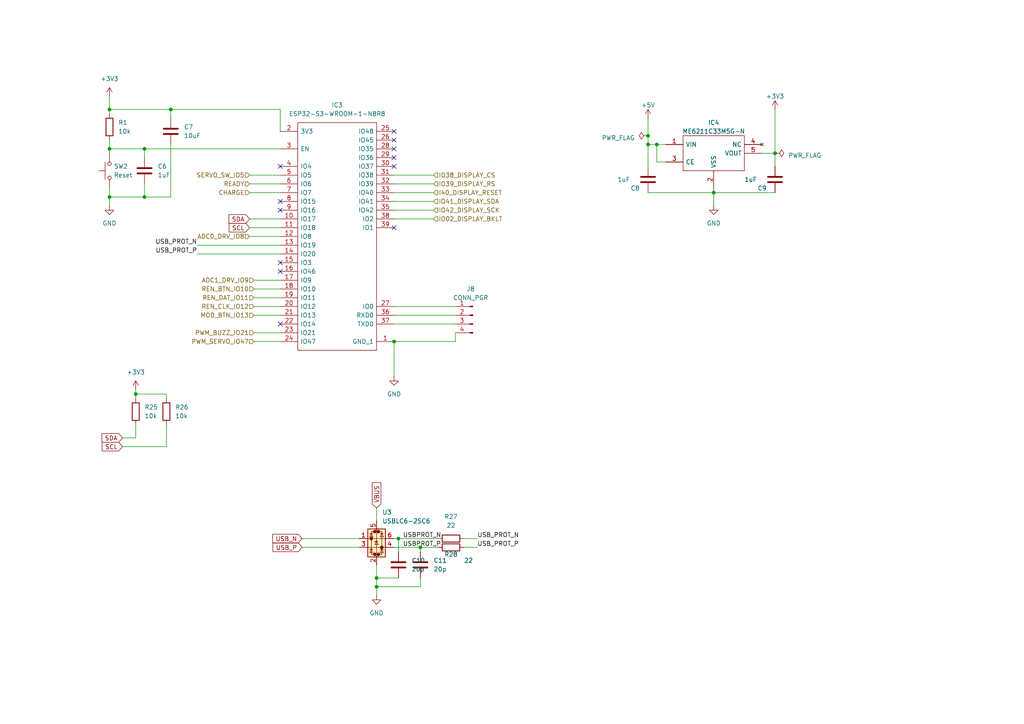
<source format=kicad_sch>
(kicad_sch (version 20231120) (generator "eeschema") (generator_version "8.0")
  (paper "A4")
  (lib_symbols
    (symbol "Chof747 ICs:ESP32-S3-WROOM-1-N8R8" (pin_names (offset 0.762))
      (property "Reference" "IC1" (at 0 35.56 0))
      (property "Value" "ESP32-S3-WROOM-1-N8R8" (at 0 33.02 0))
      (symbol "ESP32-S3-WROOM-1-N8R8_0_0"
        (pin power_in line (at 16.51 -31.75 180) (length 5.08) (name "GND_1") (number "1"))
        (pin bidirectional line (at -16.51 3.81 0) (length 5.08) (name "IO17") (number "10"))
        (pin bidirectional line (at -16.51 1.27 0) (length 5.08) (name "IO18") (number "11"))
        (pin bidirectional line (at -16.51 -1.27 0) (length 5.08) (name "IO8") (number "12"))
        (pin bidirectional line (at -16.51 -3.81 0) (length 5.08) (name "IO19") (number "13"))
        (pin bidirectional line (at -16.51 -6.35 0) (length 5.08) (name "IO20") (number "14"))
        (pin bidirectional line (at -16.51 -8.89 0) (length 5.08) (name "IO3") (number "15"))
        (pin bidirectional line (at -16.51 -11.43 0) (length 5.08) (name "IO46") (number "16"))
        (pin bidirectional line (at -16.51 -13.97 0) (length 5.08) (name "IO9") (number "17"))
        (pin bidirectional line (at -16.51 -16.51 0) (length 5.08) (name "IO10") (number "18"))
        (pin bidirectional line (at -16.51 -19.05 0) (length 5.08) (name "IO11") (number "19"))
        (pin power_in line (at -16.51 29.21 0) (length 5.08) (name "3V3") (number "2"))
        (pin bidirectional line (at -16.51 -21.59 0) (length 5.08) (name "IO12") (number "20"))
        (pin bidirectional line (at -16.51 -24.13 0) (length 5.08) (name "IO13") (number "21"))
        (pin bidirectional line (at -16.51 -26.67 0) (length 5.08) (name "IO14") (number "22"))
        (pin bidirectional line (at -16.51 -29.21 0) (length 5.08) (name "IO21") (number "23"))
        (pin bidirectional line (at -16.51 -31.75 0) (length 5.08) (name "IO47") (number "24"))
        (pin bidirectional line (at 16.51 29.21 180) (length 5.08) (name "IO48") (number "25"))
        (pin bidirectional line (at 16.51 26.67 180) (length 5.08) (name "IO45") (number "26"))
        (pin bidirectional line (at 16.51 -21.59 180) (length 5.08) (name "IO0") (number "27"))
        (pin bidirectional line (at 16.51 24.13 180) (length 5.08) (name "IO35") (number "28"))
        (pin bidirectional line (at 16.51 21.59 180) (length 5.08) (name "IO36") (number "29"))
        (pin input line (at -16.51 24.13 0) (length 5.08) (name "EN") (number "3"))
        (pin bidirectional line (at 16.51 19.05 180) (length 5.08) (name "IO37") (number "30"))
        (pin bidirectional line (at 16.51 16.51 180) (length 5.08) (name "IO38") (number "31"))
        (pin bidirectional line (at 16.51 13.97 180) (length 5.08) (name "IO39") (number "32"))
        (pin bidirectional line (at 16.51 11.43 180) (length 5.08) (name "IO40") (number "33"))
        (pin bidirectional line (at 16.51 8.89 180) (length 5.08) (name "IO41") (number "34"))
        (pin bidirectional line (at 16.51 6.35 180) (length 5.08) (name "IO42") (number "35"))
        (pin bidirectional line (at 16.51 -24.13 180) (length 5.08) (name "RXD0") (number "36"))
        (pin bidirectional line (at 16.51 -26.67 180) (length 5.08) (name "TXD0") (number "37"))
        (pin bidirectional line (at 16.51 3.81 180) (length 5.08) (name "IO2") (number "38"))
        (pin bidirectional line (at 16.51 1.27 180) (length 5.08) (name "IO1") (number "39"))
        (pin bidirectional line (at -16.51 19.05 0) (length 5.08) (name "IO4") (number "4"))
        (pin bidirectional line (at -16.51 16.51 0) (length 5.08) (name "IO5") (number "5"))
        (pin bidirectional line (at -16.51 13.97 0) (length 5.08) (name "IO6") (number "6"))
        (pin bidirectional line (at -16.51 11.43 0) (length 5.08) (name "IO7") (number "7"))
        (pin bidirectional line (at -16.51 8.89 0) (length 5.08) (name "IO15") (number "8"))
        (pin bidirectional line (at -16.51 6.35 0) (length 5.08) (name "IO16") (number "9"))
      )
      (symbol "ESP32-S3-WROOM-1-N8R8_0_1"
        (polyline (pts (xy -11.43 31.75) (xy 11.43 31.75) (xy 11.43 -34.29) (xy -11.43 -34.29) (xy -11.43 31.75)) (stroke (width 0.1524)))
      )
    )
    (symbol "Chof747 Voltage Regulators:ME6211C33M5G-N" (pin_names (offset 0.762))
      (property "Reference" "IC" (at 24.13 7.62 0))
      (property "Value" "ME6211C33M5G-N" (at 24.13 5.08 0))
      (symbol "ME6211C33M5G-N_0_0"
        (pin passive line (at 0 0 0) (length 5.08) (name "VIN") (number "1"))
        (pin passive line (at 13.97 -12.7 90) (length 5.08) (name "VSS") (number "2"))
        (pin passive line (at 0 -5.08 0) (length 5.08) (name "CE") (number "3"))
        (pin no_connect line (at 27.94 0 180) (length 5.08) (name "NC") (number "4"))
        (pin passive line (at 27.94 -2.54 180) (length 5.08) (name "VOUT") (number "5"))
      )
      (symbol "ME6211C33M5G-N_0_1"
        (polyline (pts (xy 5.08 2.54) (xy 22.86 2.54) (xy 22.86 -7.62) (xy 5.08 -7.62) (xy 5.08 2.54)) (stroke (width 0.1524)))
      )
    )
    (symbol "Connector:Conn_01x04_Pin" (pin_names (offset 1.016) hide)
      (property "Reference" "J" (at 0 5.08 0))
      (property "Value" "Conn_01x04_Pin" (at 0 -7.62 0))
      (symbol "Conn_01x04_Pin_1_1"
        (polyline (pts (xy 1.27 -5.08) (xy 0.8636 -5.08)) (stroke (width 0.1524)))
        (polyline (pts (xy 1.27 -2.54) (xy 0.8636 -2.54)) (stroke (width 0.1524)))
        (polyline (pts (xy 1.27 0) (xy 0.8636 0)) (stroke (width 0.1524)))
        (polyline (pts (xy 1.27 2.54) (xy 0.8636 2.54)) (stroke (width 0.1524)))
        (rectangle (start 0.8636 -4.953) (end 0 -5.207) (stroke (width 0.1524)) (fill (type outline)))
        (rectangle (start 0.8636 -2.413) (end 0 -2.667) (stroke (width 0.1524)) (fill (type outline)))
        (rectangle (start 0.8636 0.127) (end 0 -0.127) (stroke (width 0.1524)) (fill (type outline)))
        (rectangle (start 0.8636 2.667) (end 0 2.413) (stroke (width 0.1524)) (fill (type outline)))
        (pin passive line (at 5.08 2.54 180) (length 3.81) (name "Pin_1") (number "1"))
        (pin passive line (at 5.08 0 180) (length 3.81) (name "Pin_2") (number "2"))
        (pin passive line (at 5.08 -2.54 180) (length 3.81) (name "Pin_3") (number "3"))
        (pin passive line (at 5.08 -5.08 180) (length 3.81) (name "Pin_4") (number "4"))
      )
    )
    (symbol "Device:C" (pin_numbers hide) (pin_names (offset 0.254))
      (property "Reference" "C" (at 0.635 2.54 0))
      (property "Value" "C" (at 0.635 -2.54 0))
      (symbol "C_0_1"
        (polyline (pts (xy -2.032 -0.762) (xy 2.032 -0.762)) (stroke (width 0.508)))
        (polyline (pts (xy -2.032 0.762) (xy 2.032 0.762)) (stroke (width 0.508)))
      )
      (symbol "C_1_1"
        (pin passive line (at 0 3.81 270) (length 2.794) (name "~") (number "1"))
        (pin passive line (at 0 -3.81 90) (length 2.794) (name "~") (number "2"))
      )
    )
    (symbol "Device:R" (pin_numbers hide) (pin_names (offset 0))
      (property "Reference" "R" (at 2.032 0 90))
      (property "Value" "R" (at 0 0 90))
      (symbol "R_0_1"
        (rectangle (start -1.016 -2.54) (end 1.016 2.54) (stroke (width 0.254)))
      )
      (symbol "R_1_1"
        (pin passive line (at 0 3.81 270) (length 1.27) (name "~") (number "1"))
        (pin passive line (at 0 -3.81 90) (length 1.27) (name "~") (number "2"))
      )
    )
    (symbol "Power_Protection:USBLC6-2SC6" (pin_names hide)
      (property "Reference" "U" (at 0.635 5.715 0))
      (property "Value" "USBLC6-2SC6" (at 0.635 3.81 0))
      (symbol "USBLC6-2SC6_0_0"
        (circle (center -1.524 0) (radius 0.0001) (stroke (width 0.508)))
        (circle (center -0.508 -4.572) (radius 0.0001) (stroke (width 0.508)))
        (circle (center -0.508 2.032) (radius 0.0001) (stroke (width 0.508)))
        (circle (center 0.508 -4.572) (radius 0.0001) (stroke (width 0.508)))
        (circle (center 0.508 2.032) (radius 0.0001) (stroke (width 0.508)))
        (circle (center 1.524 -2.54) (radius 0.0001) (stroke (width 0.508)))
      )
      (symbol "USBLC6-2SC6_0_1"
        (polyline (pts (xy -2.54 -2.54) (xy 2.54 -2.54)))
        (polyline (pts (xy -2.54 0) (xy 2.54 0)))
        (polyline (pts (xy -2.032 -3.048) (xy -1.016 -3.048)))
        (polyline (pts (xy -1.016 1.524) (xy -2.032 1.524)))
        (polyline (pts (xy 1.016 -3.048) (xy 2.032 -3.048)))
        (polyline (pts (xy 1.016 1.524) (xy 2.032 1.524)))
        (polyline (pts (xy -0.508 -1.143) (xy -0.508 -0.762) (xy 0.508 -0.762)))
        (polyline (pts (xy -2.032 0.508) (xy -1.016 0.508) (xy -1.524 1.524) (xy -2.032 0.508)))
        (polyline (pts (xy -1.016 -4.064) (xy -2.032 -4.064) (xy -1.524 -3.048) (xy -1.016 -4.064)))
        (polyline (pts (xy 0.508 -1.778) (xy -0.508 -1.778) (xy 0 -0.762) (xy 0.508 -1.778)))
        (polyline (pts (xy 2.032 -4.064) (xy 1.016 -4.064) (xy 1.524 -3.048) (xy 2.032 -4.064)))
        (polyline (pts (xy 2.032 0.508) (xy 1.016 0.508) (xy 1.524 1.524) (xy 2.032 0.508)))
        (polyline (pts (xy 0 2.54) (xy -0.508 2.032) (xy 0.508 2.032) (xy 0 1.524) (xy 0 -4.064) (xy -0.508 -4.572) (xy 0.508 -4.572) (xy 0 -5.08)))
      )
      (symbol "USBLC6-2SC6_1_1"
        (rectangle (start -2.54 2.794) (end 2.54 -5.334) (stroke (width 0.254)) (fill (type background)))
        (polyline (pts (xy -0.508 2.032) (xy -1.524 2.032) (xy -1.524 -4.572) (xy -0.508 -4.572)))
        (polyline (pts (xy 0.508 -4.572) (xy 1.524 -4.572) (xy 1.524 2.032) (xy 0.508 2.032)))
        (pin passive line (at -5.08 0 0) (length 2.54) (name "I/O1") (number "1"))
        (pin passive line (at 0 -7.62 90) (length 2.54) (name "GND") (number "2"))
        (pin passive line (at -5.08 -2.54 0) (length 2.54) (name "I/O2") (number "3"))
        (pin passive line (at 5.08 -2.54 180) (length 2.54) (name "I/O2") (number "4"))
        (pin passive line (at 0 5.08 270) (length 2.54) (name "VBUS") (number "5"))
        (pin passive line (at 5.08 0 180) (length 2.54) (name "I/O1") (number "6"))
      )
    )
    (symbol "Switch:SW_Push" (pin_numbers hide) (pin_names (offset 1.016) hide)
      (property "Reference" "SW" (at 1.27 2.54 0))
      (property "Value" "SW_Push" (at 0 -1.524 0))
      (symbol "SW_Push_0_1"
        (circle (center -2.032 0) (radius 0.508))
        (polyline (pts (xy 0 1.27) (xy 0 3.048)))
        (polyline (pts (xy 2.54 1.27) (xy -2.54 1.27)))
        (circle (center 2.032 0) (radius 0.508))
        (pin passive line (at -5.08 0 0) (length 2.54) (name "1") (number "1"))
        (pin passive line (at 5.08 0 180) (length 2.54) (name "2") (number "2"))
      )
    )
    (symbol "power:+3V3" (power) (pin_numbers hide) (pin_names (offset 0) hide)
      (property "Value" "+3V3" (at 0 3.556 0))
      (symbol "+3V3_0_1"
        (polyline (pts (xy -0.762 1.27) (xy 0 2.54)))
        (polyline (pts (xy 0 0) (xy 0 2.54)))
        (polyline (pts (xy 0 2.54) (xy 0.762 1.27)))
      )
      (symbol "+3V3_1_1"
        (pin power_in line (at 0 0 90) (length 0) (name "~") (number "1"))
      )
    )
    (symbol "power:+5V" (power) (pin_numbers hide) (pin_names (offset 0) hide)
      (property "Value" "+5V" (at 0 3.556 0))
      (symbol "+5V_0_1"
        (polyline (pts (xy -0.762 1.27) (xy 0 2.54)))
        (polyline (pts (xy 0 0) (xy 0 2.54)))
        (polyline (pts (xy 0 2.54) (xy 0.762 1.27)))
      )
      (symbol "+5V_1_1"
        (pin power_in line (at 0 0 90) (length 0) (name "~") (number "1"))
      )
    )
    (symbol "power:GND" (power) (pin_numbers hide) (pin_names (offset 0) hide)
      (property "Value" "GND" (at 0 -3.81 0))
      (symbol "GND_0_1"
        (polyline (pts (xy 0 0) (xy 0 -1.27) (xy 1.27 -1.27) (xy 0 -2.54) (xy -1.27 -1.27) (xy 0 -1.27)))
      )
      (symbol "GND_1_1"
        (pin power_in line (at 0 0 270) (length 0) (name "~") (number "1"))
      )
    )
    (symbol "power:PWR_FLAG" (power) (pin_numbers hide) (pin_names (offset 0) hide)
      (property "Value" "PWR_FLAG" (at 0 3.81 0))
      (symbol "PWR_FLAG_0_0"
        (pin power_out line (at 0 0 90) (length 0) (name "~") (number "1"))
      )
      (symbol "PWR_FLAG_0_1"
        (polyline (pts (xy 0 0) (xy 0 1.27) (xy -1.016 1.905) (xy 0 2.54) (xy 1.016 1.905) (xy 0 1.27)))
      )
    )
  )
  (junction (at 187.96 41.91))
  (junction (at 207.01 55.88))
  (junction (at 109.22 170.18))
  (junction (at 31.75 31.75))
  (junction (at 109.22 167.64))
  (junction (at 31.75 57.15))
  (junction (at 41.91 57.15))
  (junction (at 31.75 43.18))
  (junction (at 224.79 44.45))
  (junction (at 121.92 158.75))
  (junction (at 190.5 41.91))
  (junction (at 114.3 99.06))
  (junction (at 41.91 43.18))
  (junction (at 49.53 31.75))
  (junction (at 187.96 39.37))
  (junction (at 115.57 156.21))
  (junction (at 39.37 114.3))
  (no_connect (at 81.28 48.26))
  (no_connect (at 81.28 93.98))
  (no_connect (at 114.3 43.18))
  (no_connect (at 81.28 78.74))
  (no_connect (at 81.28 60.96))
  (no_connect (at 114.3 38.1))
  (no_connect (at 114.3 40.64))
  (no_connect (at 81.28 76.2))
  (no_connect (at 81.28 58.42))
  (no_connect (at 114.3 48.26))
  (no_connect (at 114.3 66.04))
  (no_connect (at 114.3 45.72))
  (wire (pts (xy 39.37 127) (xy 39.37 123.19)))
  (wire (pts (xy 31.75 27.94) (xy 31.75 31.75)))
  (wire (pts (xy 207.01 55.88) (xy 224.79 55.88)))
  (wire (pts (xy 114.3 156.21) (xy 115.57 156.21)))
  (wire (pts (xy 39.37 114.3) (xy 48.26 114.3)))
  (wire (pts (xy 73.66 96.52) (xy 81.28 96.52)))
  (wire (pts (xy 49.53 41.91) (xy 49.53 57.15)))
  (wire (pts (xy 187.96 41.91) (xy 187.96 48.26)))
  (wire (pts (xy 41.91 53.34) (xy 41.91 57.15)))
  (wire (pts (xy 114.3 50.8) (xy 125.73 50.8)))
  (wire (pts (xy 220.98 44.45) (xy 224.79 44.45)))
  (wire (pts (xy 72.39 66.04) (xy 81.28 66.04)))
  (wire (pts (xy 49.53 57.15) (xy 41.91 57.15)))
  (wire (pts (xy 193.04 46.99) (xy 190.5 46.99)))
  (wire (pts (xy 132.08 96.52) (xy 132.08 99.06)))
  (wire (pts (xy 41.91 57.15) (xy 31.75 57.15)))
  (wire (pts (xy 49.53 31.75) (xy 49.53 34.29)))
  (wire (pts (xy 187.96 41.91) (xy 190.5 41.91)))
  (wire (pts (xy 121.92 170.18) (xy 109.22 170.18)))
  (wire (pts (xy 72.39 53.34) (xy 81.28 53.34)))
  (wire (pts (xy 72.39 63.5) (xy 81.28 63.5)))
  (wire (pts (xy 41.91 43.18) (xy 81.28 43.18)))
  (wire (pts (xy 114.3 58.42) (xy 125.73 58.42)))
  (wire (pts (xy 39.37 114.3) (xy 39.37 115.57)))
  (wire (pts (xy 72.39 55.88) (xy 81.28 55.88)))
  (wire (pts (xy 72.39 50.8) (xy 81.28 50.8)))
  (wire (pts (xy 31.75 31.75) (xy 49.53 31.75)))
  (wire (pts (xy 35.56 129.54) (xy 48.26 129.54)))
  (wire (pts (xy 187.96 39.37) (xy 187.96 41.91)))
  (wire (pts (xy 224.79 31.75) (xy 224.79 44.45)))
  (wire (pts (xy 224.79 44.45) (xy 224.79 48.26)))
  (wire (pts (xy 207.01 55.88) (xy 207.01 59.69)))
  (wire (pts (xy 87.63 158.75) (xy 104.14 158.75)))
  (wire (pts (xy 73.66 86.36) (xy 81.28 86.36)))
  (wire (pts (xy 132.08 99.06) (xy 114.3 99.06)))
  (wire (pts (xy 31.75 57.15) (xy 31.75 59.69)))
  (wire (pts (xy 121.92 158.75) (xy 121.92 160.02)))
  (wire (pts (xy 31.75 40.64) (xy 31.75 43.18)))
  (wire (pts (xy 115.57 156.21) (xy 115.57 160.02)))
  (wire (pts (xy 35.56 127) (xy 39.37 127)))
  (wire (pts (xy 134.62 158.75) (xy 138.43 158.75)))
  (wire (pts (xy 121.92 158.75) (xy 127 158.75)))
  (wire (pts (xy 87.63 156.21) (xy 104.14 156.21)))
  (wire (pts (xy 190.5 46.99) (xy 190.5 41.91)))
  (wire (pts (xy 57.15 71.12) (xy 81.28 71.12)))
  (wire (pts (xy 114.3 93.98) (xy 132.08 93.98)))
  (wire (pts (xy 31.75 43.18) (xy 31.75 44.45)))
  (wire (pts (xy 39.37 113.03) (xy 39.37 114.3)))
  (wire (pts (xy 109.22 147.32) (xy 109.22 151.13)))
  (wire (pts (xy 114.3 88.9) (xy 132.08 88.9)))
  (wire (pts (xy 187.96 34.29) (xy 187.96 39.37)))
  (wire (pts (xy 109.22 170.18) (xy 109.22 172.72)))
  (wire (pts (xy 31.75 31.75) (xy 31.75 33.02)))
  (wire (pts (xy 57.15 73.66) (xy 81.28 73.66)))
  (wire (pts (xy 49.53 31.75) (xy 81.28 31.75)))
  (wire (pts (xy 114.3 53.34) (xy 125.73 53.34)))
  (wire (pts (xy 41.91 43.18) (xy 41.91 45.72)))
  (wire (pts (xy 114.3 91.44) (xy 132.08 91.44)))
  (wire (pts (xy 109.22 167.64) (xy 115.57 167.64)))
  (wire (pts (xy 115.57 156.21) (xy 127 156.21)))
  (wire (pts (xy 73.66 88.9) (xy 81.28 88.9)))
  (wire (pts (xy 73.66 91.44) (xy 81.28 91.44)))
  (wire (pts (xy 190.5 41.91) (xy 193.04 41.91)))
  (wire (pts (xy 134.62 156.21) (xy 138.43 156.21)))
  (wire (pts (xy 73.66 99.06) (xy 81.28 99.06)))
  (wire (pts (xy 114.3 63.5) (xy 125.73 63.5)))
  (wire (pts (xy 121.92 167.64) (xy 121.92 170.18)))
  (wire (pts (xy 114.3 99.06) (xy 114.3 109.22)))
  (wire (pts (xy 109.22 163.83) (xy 109.22 167.64)))
  (wire (pts (xy 72.39 68.58) (xy 81.28 68.58)))
  (wire (pts (xy 48.26 129.54) (xy 48.26 123.19)))
  (wire (pts (xy 114.3 55.88) (xy 125.73 55.88)))
  (wire (pts (xy 73.66 83.82) (xy 81.28 83.82)))
  (wire (pts (xy 187.96 55.88) (xy 207.01 55.88)))
  (wire (pts (xy 114.3 158.75) (xy 121.92 158.75)))
  (wire (pts (xy 31.75 43.18) (xy 41.91 43.18)))
  (wire (pts (xy 48.26 114.3) (xy 48.26 115.57)))
  (wire (pts (xy 81.28 31.75) (xy 81.28 38.1)))
  (wire (pts (xy 31.75 54.61) (xy 31.75 57.15)))
  (wire (pts (xy 207.01 54.61) (xy 207.01 55.88)))
  (wire (pts (xy 114.3 60.96) (xy 125.73 60.96)))
  (wire (pts (xy 73.66 81.28) (xy 81.28 81.28)))
  (wire (pts (xy 109.22 167.64) (xy 109.22 170.18)))
  (label "USB_PROT_P" (at 57.15 73.66 180))
  (label "USBPROT_P" (at 116.84 158.75 0))
  (label "USB_PROT_N" (at 138.43 156.21 0))
  (label "USB_PROT_P" (at 138.43 158.75 0))
  (label "USBPROT_N" (at 116.84 156.21 0))
  (label "USB_PROT_N" (at 57.15 71.12 180))
  (global_label "USB_P" (shape input) (at 87.63 158.75 180) (property "Intersheetrefs" "${INTERSHEET_REFS}" (effects (hide yes))))
  (global_label "SDA" (shape input) (at 35.56 127 180) (property "Intersheetrefs" "${INTERSHEET_REFS}" (effects (hide yes))))
  (global_label "SCL" (shape input) (at 35.56 129.54 180) (property "Intersheetrefs" "${INTERSHEET_REFS}" (effects (hide yes))))
  (global_label "USB_N" (shape input) (at 87.63 156.21 180) (property "Intersheetrefs" "${INTERSHEET_REFS}" (effects (hide yes))))
  (global_label "SCL" (shape input) (at 72.39 66.04 180) (property "Intersheetrefs" "${INTERSHEET_REFS}" (effects (hide yes))))
  (global_label "SDA" (shape input) (at 72.39 63.5 180) (property "Intersheetrefs" "${INTERSHEET_REFS}" (effects (hide yes))))
  (global_label "VBUS" (shape input) (at 109.22 147.32 90) (property "Intersheetrefs" "${INTERSHEET_REFS}" (effects (hide yes))))
  (hierarchical_label "PWM_SERVO_IO47" (shape input) (at 73.66 99.06 180))
  (hierarchical_label "ADC1_DRV_IO9" (shape input) (at 73.66 81.28 180))
  (hierarchical_label "IO38_DISPLAY_CS" (shape input) (at 125.73 50.8 0))
  (hierarchical_label "IO41_DISPLAY_SDA" (shape input) (at 125.73 58.42 0))
  (hierarchical_label "REN_BTN_IO10" (shape input) (at 73.66 83.82 180))
  (hierarchical_label "IO02_DISPLAY_BKLT" (shape input) (at 125.73 63.5 0))
  (hierarchical_label "IO39_DISPLAY_RS" (shape input) (at 125.73 53.34 0))
  (hierarchical_label "MOD_BTN_IO13" (shape input) (at 73.66 91.44 180))
  (hierarchical_label "CHARGE" (shape input) (at 72.39 55.88 180))
  (hierarchical_label "REN_CLK_IO12" (shape input) (at 73.66 88.9 180))
  (hierarchical_label "I40_DISPLAY_RESET" (shape input) (at 125.73 55.88 0))
  (hierarchical_label "SERVO_SW_IO5" (shape input) (at 72.39 50.8 180))
  (hierarchical_label "ADC0_DRV_IO8" (shape input) (at 72.39 68.58 180))
  (hierarchical_label "READY" (shape input) (at 72.39 53.34 180))
  (hierarchical_label "IO42_DISPLAY_SCK" (shape input) (at 125.73 60.96 0))
  (hierarchical_label "PWM_BUZZ_IO21" (shape input) (at 73.66 96.52 180))
  (hierarchical_label "REN_DAT_IO11" (shape input) (at 73.66 86.36 180))
  (symbol (lib_id "Chof747 Voltage Regulators:ME6211C33M5G-N") (at 193.04 41.91 0) (unit 1)
    (property "Reference" "IC4" (at 207.01 35.56 0))
    (property "Value" "ME6211C33M5G-N" (at 207.01 38.1 0))
    (property "Footprint" "SOT95P270X145-5N" (effects (hide yes)))
    (property "Datasheet" "https://datasheet.lcsc.com/szlcsc/1811131510_MICRONE-Nanjing-Micro-One-Elec-ME6211C33M5G-N_C82942.pdf" (effects (hide yes)))
    (property "Description" "Fixed 6V 3.3V 500mA SOT-23-5 Low Dropout Regulators(LDO) RoHS" (effects (hide yes)))
    (property "Height" "1.45" (effects (hide yes)))
    (property "Manufacturer_Name" "Microne" (effects (hide yes)))
    (property "Manufacturer_Part_Number" "ME6211C33M5G-N" (effects (hide yes)))
  )
  (symbol (lib_id "Device:R") (at 130.81 158.75 90) (unit 1)
    (property "Reference" "R28" (at 130.81 160.782 90))
    (property "Value" "22" (at 135.89 162.56 90))
    (property "Footprint" "Resistor_SMD:R_0603_1608Metric_Pad0.98x0.95mm_HandSolder" (effects (hide yes)))
    (property "Description" "Resistor" (effects (hide yes)))
  )
  (symbol (lib_id "Device:R") (at 130.81 156.21 90) (unit 1)
    (property "Reference" "R27" (at 130.81 149.86 90))
    (property "Value" "22" (at 130.81 152.4 90))
    (property "Footprint" "Resistor_SMD:R_0603_1608Metric_Pad0.98x0.95mm_HandSolder" (effects (hide yes)))
    (property "Description" "Resistor" (effects (hide yes)))
  )
  (symbol (lib_id "power:GND") (at 207.01 59.69 0) (unit 1)
    (property "Reference" "#PWR037" (effects (hide yes)))
    (property "Value" "GND" (at 207.01 64.77 0))
    (property "Description" "Power symbol creates a global label with name \"GND\" , ground" (effects (hide yes)))
  )
  (symbol (lib_id "power:+3V3") (at 224.79 31.75 0) (unit 1)
    (property "Reference" "#PWR038" (effects (hide yes)))
    (property "Value" "+3V3" (at 224.79 27.94 0))
    (property "Description" "Power symbol creates a global label with name \"+3V3\"" (effects (hide yes)))
  )
  (symbol (lib_id "power:+5V") (at 187.96 34.29 0) (unit 1)
    (property "Reference" "#PWR036" (effects (hide yes)))
    (property "Value" "+5V" (at 187.96 30.48 0))
    (property "Description" "Power symbol creates a global label with name \"+5V\"" (effects (hide yes)))
  )
  (symbol (lib_id "power:PWR_FLAG") (at 224.79 44.45 270) (unit 1)
    (property "Reference" "#FLG04" (effects (hide yes)))
    (property "Value" "PWR_FLAG" (at 228.6 45.085 90) (effects (justify left)))
    (property "Description" "Special symbol for telling ERC where power comes from" (effects (hide yes)))
  )
  (symbol (lib_id "power:GND") (at 114.3 109.22 0) (unit 1)
    (property "Reference" "#PWR010" (effects (hide yes)))
    (property "Value" "GND" (at 114.3 114.3 0))
    (property "Description" "Power symbol creates a global label with name \"GND\" , ground" (effects (hide yes)))
  )
  (symbol (lib_id "Device:C") (at 115.57 163.83 0) (unit 1)
    (property "Reference" "C10" (at 119.38 162.5599 0) (effects (justify left)))
    (property "Value" "20p" (at 119.38 165.0999 0) (effects (justify left)))
    (property "Footprint" "Capacitor_SMD:C_0603_1608Metric_Pad1.08x0.95mm_HandSolder" (effects (hide yes)))
    (property "Description" "Unpolarized capacitor" (effects (hide yes)))
  )
  (symbol (lib_id "Device:C") (at 49.53 38.1 0) (unit 1)
    (property "Reference" "C7" (at 53.34 36.8299 0) (effects (justify left)))
    (property "Value" "10uF" (at 53.34 39.3699 0) (effects (justify left)))
    (property "Footprint" "Capacitor_SMD:C_0603_1608Metric_Pad1.08x0.95mm_HandSolder" (effects (hide yes)))
    (property "Description" "Unpolarized capacitor" (effects (hide yes)))
  )
  (symbol (lib_id "Device:C") (at 121.92 163.83 0) (unit 1)
    (property "Reference" "C11" (at 125.73 162.5599 0) (effects (justify left)))
    (property "Value" "20p" (at 125.73 165.0999 0) (effects (justify left)))
    (property "Footprint" "Capacitor_SMD:C_0603_1608Metric_Pad1.08x0.95mm_HandSolder" (effects (hide yes)))
    (property "Description" "Unpolarized capacitor" (effects (hide yes)))
  )
  (symbol (lib_id "power:GND") (at 109.22 172.72 0) (unit 1)
    (property "Reference" "#PWR040" (effects (hide yes)))
    (property "Value" "GND" (at 109.22 177.8 0))
    (property "Description" "Power symbol creates a global label with name \"GND\" , ground" (effects (hide yes)))
  )
  (symbol (lib_id "Device:R") (at 31.75 36.83 0) (unit 1)
    (property "Reference" "R1" (at 34.29 35.5599 0) (effects (justify left)))
    (property "Value" "10k" (at 34.29 38.0999 0) (effects (justify left)))
    (property "Footprint" "Resistor_SMD:R_0603_1608Metric_Pad0.98x0.95mm_HandSolder" (effects (hide yes)))
    (property "Description" "Resistor" (effects (hide yes)))
  )
  (symbol (lib_id "power:GND") (at 31.75 59.69 0) (unit 1)
    (property "Reference" "#PWR011" (effects (hide yes)))
    (property "Value" "GND" (at 31.75 64.77 0))
    (property "Description" "Power symbol creates a global label with name \"GND\" , ground" (effects (hide yes)))
  )
  (symbol (lib_id "Chof747 ICs:ESP32-S3-WROOM-1-N8R8") (at 97.79 67.31 0) (unit 1)
    (property "Reference" "IC3" (at 97.79 30.48 0))
    (property "Value" "ESP32-S3-WROOM-1-N8R8" (at 97.79 33.02 0))
    (property "Footprint" "Chof747 Footprints:ESP32S3WROOM1N8R8" (effects (hide yes)))
    (property "Datasheet" "https://www.espressif.com/sites/default/files/documentation/esp32-s3-wroom-1_wroom-1u_datasheet_en.pdf" (effects (hide yes)))
    (property "Description" "WiFi Modules - 802.11 (Engineering Samples Only) SMD Module, ESP32-S3R8 with 8 MB Octal PSRAM Die, 8 MB Quad SPI flash, PCB Antenna" (effects (hide yes)))
    (property "Height" "3.25" (effects (hide yes)))
    (property "Manufacturer_Name" "Espressif Systems" (effects (hide yes)))
    (property "Manufacturer_Part_Number" "ESP32-S3-WROOM-1-N8R8" (effects (hide yes)))
    (property "Mouser Part Number" "356-EP32S3WROOM1N8R8" (effects (hide yes)))
    (property "Mouser Price/Stock" "https://www.mouser.co.uk/ProductDetail/Espressif-Systems/ESP32-S3-WROOM-1-N8R8?qs=7D1LtPJG0i3%2F28hKFavOpQ%3D%3D" (effects (hide yes)))
  )
  (symbol (lib_id "Device:R") (at 48.26 119.38 0) (unit 1)
    (property "Reference" "R26" (at 50.8 118.1099 0) (effects (justify left)))
    (property "Value" "10k" (at 50.8 120.6499 0) (effects (justify left)))
    (property "Footprint" "Resistor_SMD:R_0603_1608Metric_Pad0.98x0.95mm_HandSolder" (effects (hide yes)))
    (property "Description" "Resistor" (effects (hide yes)))
  )
  (symbol (lib_id "Switch:SW_Push") (at 31.75 49.53 90) (unit 1)
    (property "Reference" "SW2" (at 33.02 48.2599 90) (effects (justify right)))
    (property "Value" "Reset" (at 33.02 50.7999 90) (effects (justify right)))
    (property "Footprint" "Chof747 Footprints:1TS003B-2500-3500A-CT (SMD Right Angle Tactile Switch)" (effects (hide yes)))
    (property "Description" "Push button switch, generic, two pins" (effects (hide yes)))
  )
  (symbol (lib_id "Device:C") (at 41.91 49.53 0) (unit 1)
    (property "Reference" "C6" (at 45.72 48.2599 0) (effects (justify left)))
    (property "Value" "1uF" (at 45.72 50.7999 0) (effects (justify left)))
    (property "Footprint" "Capacitor_SMD:C_0603_1608Metric_Pad1.08x0.95mm_HandSolder" (effects (hide yes)))
    (property "Description" "Unpolarized capacitor" (effects (hide yes)))
  )
  (symbol (lib_id "power:PWR_FLAG") (at 187.96 39.37 90) (unit 1)
    (property "Reference" "#FLG03" (effects (hide yes)))
    (property "Value" "PWR_FLAG" (at 184.15 40.005 90) (effects (justify left)))
    (property "Description" "Special symbol for telling ERC where power comes from" (effects (hide yes)))
  )
  (symbol (lib_id "Device:C") (at 187.96 52.07 0) (unit 1)
    (property "Reference" "C8" (at 182.88 54.61 0) (effects (justify left)))
    (property "Value" "1uF" (at 179.07 52.07 0) (effects (justify left)))
    (property "Footprint" "Capacitor_SMD:C_0603_1608Metric_Pad1.08x0.95mm_HandSolder" (effects (hide yes)))
    (property "Description" "Unpolarized capacitor" (effects (hide yes)))
  )
  (symbol (lib_id "Power_Protection:USBLC6-2SC6") (at 109.22 156.21 0) (unit 1)
    (property "Reference" "U3" (at 110.8711 148.59 0) (effects (justify left)))
    (property "Value" "USBLC6-2SC6" (at 110.8711 151.13 0) (effects (justify left)))
    (property "Footprint" "Package_TO_SOT_SMD:SOT-23-6" (effects (hide yes)))
    (property "Datasheet" "https://www.st.com/resource/en/datasheet/usblc6-2.pdf" (effects (hide yes)))
    (property "Description" "Very low capacitance ESD protection diode, 2 data-line, SOT-23-6" (effects (hide yes)))
  )
  (symbol (lib_id "Device:C") (at 224.79 52.07 0) (unit 1)
    (property "Reference" "C9" (at 219.71 54.61 0) (effects (justify left)))
    (property "Value" "1uF" (at 215.9 52.07 0) (effects (justify left)))
    (property "Footprint" "Capacitor_SMD:C_0603_1608Metric_Pad1.08x0.95mm_HandSolder" (effects (hide yes)))
    (property "Description" "Unpolarized capacitor" (effects (hide yes)))
  )
  (symbol (lib_id "Connector:Conn_01x04_Pin") (at 137.16 91.44 0) (mirror y) (unit 1)
    (property "Reference" "J8" (at 136.525 83.82 0))
    (property "Value" "CONN_PGR" (at 136.525 86.36 0))
    (property "Footprint" "Connector_PinSocket_2.54mm:PinSocket_1x04_P2.54mm_Vertical" (effects (hide yes)))
    (property "Description" "Generic connector, single row, 01x04, script generated" (effects (hide yes)))
  )
  (symbol (lib_id "power:+3V3") (at 39.37 113.03 0) (unit 1)
    (property "Reference" "#PWR039" (effects (hide yes)))
    (property "Value" "+3V3" (at 39.37 107.95 0))
    (property "Description" "Power symbol creates a global label with name \"+3V3\"" (effects (hide yes)))
  )
  (symbol (lib_id "Device:R") (at 39.37 119.38 0) (unit 1)
    (property "Reference" "R25" (at 41.91 118.1099 0) (effects (justify left)))
    (property "Value" "10k" (at 41.91 120.6499 0) (effects (justify left)))
    (property "Footprint" "Resistor_SMD:R_0603_1608Metric_Pad0.98x0.95mm_HandSolder" (effects (hide yes)))
    (property "Description" "Resistor" (effects (hide yes)))
  )
  (symbol (lib_id "power:+3V3") (at 31.75 27.94 0) (unit 1)
    (property "Reference" "#PWR06" (effects (hide yes)))
    (property "Value" "+3V3" (at 31.75 22.86 0))
    (property "Description" "Power symbol creates a global label with name \"+3V3\"" (effects (hide yes)))
  )
)
</source>
